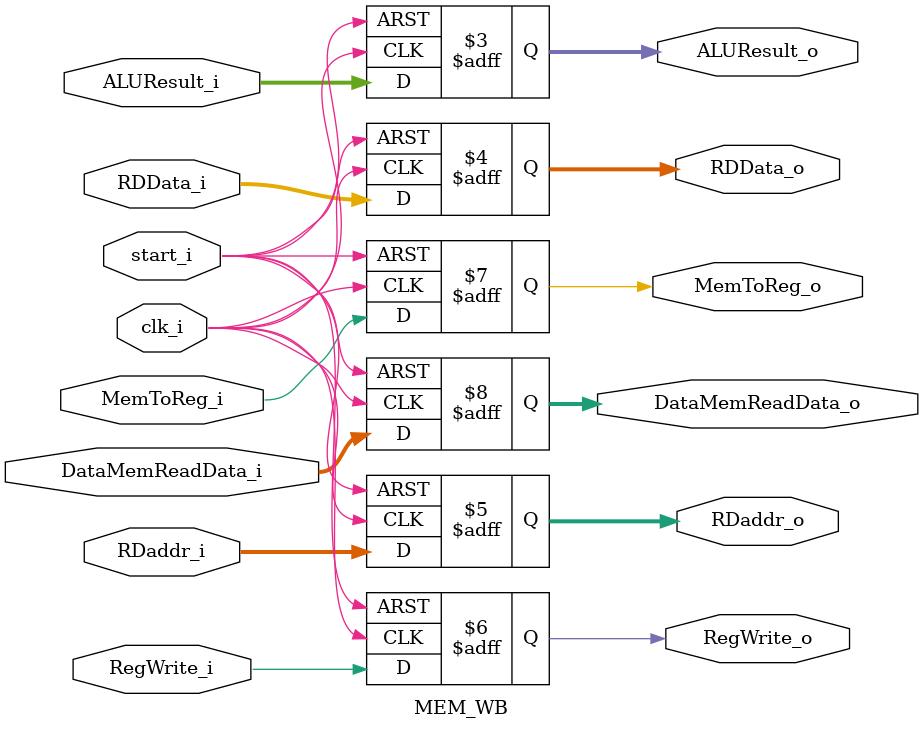
<source format=v>
module MEM_WB(
	input 	wire 			clk_i,
	input 	wire 			start_i,
	input	wire	[31:0]	ALUResult_i,
	input	wire	[31:0]	RDData_i,
	input	wire	[4:0]	RDaddr_i,
	input 	wire 			RegWrite_i,
	input 	wire 			MemToReg_i,
	input	wire	[31:0]	DataMemReadData_i,
	output	reg		[31:0]	ALUResult_o,
	output	reg		[31:0]	RDData_o,
	output	reg		[4:0]	RDaddr_o,
	output	reg				RegWrite_o,
	output	reg				MemToReg_o,
	output	reg		[31:0]	DataMemReadData_o
);

always@(posedge clk_i or negedge start_i) begin
	if(~start_i) begin
		ALUResult_o <= 0;
		RDData_o <= 0;
		RDaddr_o <= 0;
		RegWrite_o <= 0;
		MemToReg_o <= 0;
		DataMemReadData_o<=0;
	end
	else begin
		ALUResult_o <= ALUResult_i;
		RDData_o <= RDData_i;
		RDaddr_o <= RDaddr_i;
		RegWrite_o <= RegWrite_i;
		MemToReg_o <= MemToReg_i;
		DataMemReadData_o <= DataMemReadData_i;
	end
end

endmodule







</source>
